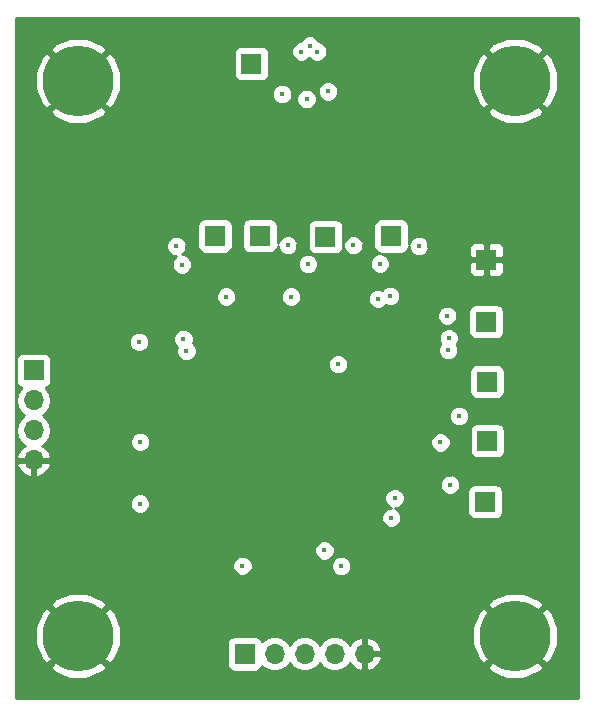
<source format=gbr>
G04 #@! TF.GenerationSoftware,KiCad,Pcbnew,(5.0.1)-3*
G04 #@! TF.CreationDate,2019-01-05T18:42:13-08:00*
G04 #@! TF.ProjectId,EScope-MSDAQ-2-INTANDAQ,4553636F70652D4D534441512D322D49,rev?*
G04 #@! TF.SameCoordinates,Original*
G04 #@! TF.FileFunction,Copper,L2,Inr,Signal*
G04 #@! TF.FilePolarity,Positive*
%FSLAX46Y46*%
G04 Gerber Fmt 4.6, Leading zero omitted, Abs format (unit mm)*
G04 Created by KiCad (PCBNEW (5.0.1)-3) date 1/5/2019 6:42:13 PM*
%MOMM*%
%LPD*%
G01*
G04 APERTURE LIST*
G04 #@! TA.AperFunction,ViaPad*
%ADD10C,6.000000*%
G04 #@! TD*
G04 #@! TA.AperFunction,ViaPad*
%ADD11R,1.700000X1.700000*%
G04 #@! TD*
G04 #@! TA.AperFunction,ViaPad*
%ADD12O,1.700000X1.700000*%
G04 #@! TD*
G04 #@! TA.AperFunction,ViaPad*
%ADD13C,0.450000*%
G04 #@! TD*
G04 #@! TA.AperFunction,Conductor*
%ADD14C,0.254000*%
G04 #@! TD*
G04 APERTURE END LIST*
D10*
G04 #@! TO.N,GND*
G04 #@! TO.C,H1*
X162023600Y-122633800D03*
G04 #@! TD*
G04 #@! TO.N,GND*
G04 #@! TO.C,H3*
X125023600Y-122633800D03*
G04 #@! TD*
G04 #@! TO.N,GND*
G04 #@! TO.C,H4*
X162023600Y-75633800D03*
G04 #@! TD*
G04 #@! TO.N,GND*
G04 #@! TO.C,H2*
X125023600Y-75633800D03*
G04 #@! TD*
D11*
G04 #@! TO.N,GND*
G04 #@! TO.C,J13*
X159588200Y-90779600D03*
G04 #@! TD*
G04 #@! TO.N,+3V3*
G04 #@! TO.C,J12*
X159562800Y-96037400D03*
G04 #@! TD*
G04 #@! TO.N,/LED2*
G04 #@! TO.C,J10*
X159664400Y-106095800D03*
G04 #@! TD*
G04 #@! TO.N,/LED1*
G04 #@! TO.C,J9*
X159639000Y-101092000D03*
G04 #@! TD*
G04 #@! TO.N,/LED3*
G04 #@! TO.C,J11*
X159486600Y-111277400D03*
G04 #@! TD*
G04 #@! TO.N,/MCU_SPI_MISO*
G04 #@! TO.C,J8*
X136613900Y-88757760D03*
G04 #@! TD*
G04 #@! TO.N,/MCU_SPI_SPCK*
G04 #@! TO.C,J7*
X145961100Y-88831420D03*
G04 #@! TD*
G04 #@! TO.N,/MCU_SPI_NPCS*
G04 #@! TO.C,J6*
X151521160Y-88773000D03*
G04 #@! TD*
G04 #@! TO.N,/MCU_SPI_MOSI*
G04 #@! TO.C,J5*
X140416280Y-88745060D03*
G04 #@! TD*
G04 #@! TO.N,Net-(J3-Pad1)*
G04 #@! TO.C,J3*
X139700000Y-74168000D03*
G04 #@! TD*
G04 #@! TO.N,+3V3*
G04 #@! TO.C,J1*
X121248201Y-100148401D03*
D12*
G04 #@! TO.N,/SWDIO*
X121248201Y-102688401D03*
G04 #@! TO.N,/SWCLK*
X121248201Y-105228401D03*
G04 #@! TO.N,GND*
X121248201Y-107768401D03*
G04 #@! TD*
D11*
G04 #@! TO.N,+3V3*
G04 #@! TO.C,J2*
X139115800Y-124155200D03*
D12*
G04 #@! TO.N,/RD*
X141655800Y-124155200D03*
G04 #@! TO.N,/RF*
X144195800Y-124155200D03*
G04 #@! TO.N,/RK*
X146735800Y-124155200D03*
G04 #@! TO.N,GND*
X149275800Y-124155200D03*
G04 #@! TD*
D13*
G04 #@! TO.N,+3V3*
X130187200Y-97727000D03*
X130276600Y-106197400D03*
X145872200Y-115392200D03*
X151536400Y-112623600D03*
X156502600Y-109817400D03*
X156400000Y-97422200D03*
X150571200Y-91109800D03*
X133807200Y-91186000D03*
X133350000Y-89611200D03*
X142773400Y-89560400D03*
X148337540Y-89558860D03*
X153875240Y-89611200D03*
G04 #@! TO.N,GND*
X136906000Y-91160600D03*
X140055600Y-91160600D03*
X131267200Y-95199200D03*
X131267200Y-101244400D03*
X131267200Y-104114600D03*
X131241800Y-109474000D03*
X139395200Y-115316000D03*
X135788400Y-116636800D03*
X153720800Y-115265200D03*
X156972000Y-114071400D03*
X156337000Y-113131600D03*
X154992400Y-119380000D03*
X156514800Y-96520000D03*
X156337000Y-94627200D03*
X147447000Y-91135200D03*
X149072600Y-112649000D03*
X147556800Y-112657200D03*
X160909000Y-108712000D03*
X161391600Y-103581200D03*
X160909000Y-98552000D03*
X134242040Y-89662000D03*
X138049000Y-85710000D03*
X143662400Y-89611200D03*
X149227540Y-89608660D03*
X154762200Y-89585800D03*
X142709900Y-73240900D03*
X156260806Y-99618800D03*
X137566400Y-112420400D03*
X156549649Y-108981951D03*
G04 #@! TO.N,/SCLK-*
X146177000Y-76531800D03*
X145262600Y-73152000D03*
G04 #@! TO.N,/MOSI-*
X144361800Y-77165200D03*
X144627600Y-72644000D03*
G04 #@! TO.N,/MISO-*
X142290800Y-76758800D03*
X143934194Y-73152120D03*
G04 #@! TO.N,/VDDCORE*
X138938000Y-116687600D03*
X147294600Y-116713000D03*
X130251200Y-111429800D03*
X156350200Y-98437200D03*
X156274000Y-95517200D03*
X144475200Y-91135200D03*
X151815800Y-110972600D03*
X134188200Y-98526600D03*
G04 #@! TO.N,/RK*
X147023604Y-99633800D03*
G04 #@! TO.N,/RF*
X143052800Y-93903800D03*
G04 #@! TO.N,/RD*
X137556800Y-93903800D03*
G04 #@! TO.N,/SWDIO*
X133943800Y-97501000D03*
G04 #@! TO.N,/LED3*
X150394400Y-94081600D03*
X155702000Y-106248200D03*
G04 #@! TO.N,/LED2*
X151434800Y-93853000D03*
X157276800Y-104012996D03*
G04 #@! TD*
D14*
G04 #@! TO.N,GND*
G36*
X167313600Y-127923800D02*
X119733600Y-127923800D01*
X119733600Y-125230430D01*
X122606575Y-125230430D01*
X122949166Y-125705077D01*
X124282400Y-126265142D01*
X125728475Y-126272368D01*
X127067239Y-125725654D01*
X127098034Y-125705077D01*
X127440625Y-125230430D01*
X125023600Y-122813405D01*
X122606575Y-125230430D01*
X119733600Y-125230430D01*
X119733600Y-123338675D01*
X121385032Y-123338675D01*
X121931746Y-124677439D01*
X121952323Y-124708234D01*
X122426970Y-125050825D01*
X124843995Y-122633800D01*
X125203205Y-122633800D01*
X127620230Y-125050825D01*
X128094877Y-124708234D01*
X128654942Y-123375000D01*
X128655290Y-123305200D01*
X137618360Y-123305200D01*
X137618360Y-125005200D01*
X137667643Y-125252965D01*
X137807991Y-125463009D01*
X138018035Y-125603357D01*
X138265800Y-125652640D01*
X139965800Y-125652640D01*
X140213565Y-125603357D01*
X140423609Y-125463009D01*
X140563957Y-125252965D01*
X140572984Y-125207581D01*
X140585175Y-125225825D01*
X141076382Y-125554039D01*
X141509544Y-125640200D01*
X141802056Y-125640200D01*
X142235218Y-125554039D01*
X142726425Y-125225825D01*
X142925800Y-124927439D01*
X143125175Y-125225825D01*
X143616382Y-125554039D01*
X144049544Y-125640200D01*
X144342056Y-125640200D01*
X144775218Y-125554039D01*
X145266425Y-125225825D01*
X145465800Y-124927439D01*
X145665175Y-125225825D01*
X146156382Y-125554039D01*
X146589544Y-125640200D01*
X146882056Y-125640200D01*
X147315218Y-125554039D01*
X147806425Y-125225825D01*
X148019643Y-124906722D01*
X148080617Y-125036558D01*
X148508876Y-125426845D01*
X148918910Y-125596676D01*
X149148800Y-125475355D01*
X149148800Y-124282200D01*
X149402800Y-124282200D01*
X149402800Y-125475355D01*
X149632690Y-125596676D01*
X150042724Y-125426845D01*
X150258248Y-125230430D01*
X159606575Y-125230430D01*
X159949166Y-125705077D01*
X161282400Y-126265142D01*
X162728475Y-126272368D01*
X164067239Y-125725654D01*
X164098034Y-125705077D01*
X164440625Y-125230430D01*
X162023600Y-122813405D01*
X159606575Y-125230430D01*
X150258248Y-125230430D01*
X150470983Y-125036558D01*
X150717286Y-124512092D01*
X150596619Y-124282200D01*
X149402800Y-124282200D01*
X149148800Y-124282200D01*
X149128800Y-124282200D01*
X149128800Y-124028200D01*
X149148800Y-124028200D01*
X149148800Y-122835045D01*
X149402800Y-122835045D01*
X149402800Y-124028200D01*
X150596619Y-124028200D01*
X150717286Y-123798308D01*
X150501431Y-123338675D01*
X158385032Y-123338675D01*
X158931746Y-124677439D01*
X158952323Y-124708234D01*
X159426970Y-125050825D01*
X161843995Y-122633800D01*
X162203205Y-122633800D01*
X164620230Y-125050825D01*
X165094877Y-124708234D01*
X165654942Y-123375000D01*
X165662168Y-121928925D01*
X165115454Y-120590161D01*
X165094877Y-120559366D01*
X164620230Y-120216775D01*
X162203205Y-122633800D01*
X161843995Y-122633800D01*
X159426970Y-120216775D01*
X158952323Y-120559366D01*
X158392258Y-121892600D01*
X158385032Y-123338675D01*
X150501431Y-123338675D01*
X150470983Y-123273842D01*
X150042724Y-122883555D01*
X149632690Y-122713724D01*
X149402800Y-122835045D01*
X149148800Y-122835045D01*
X148918910Y-122713724D01*
X148508876Y-122883555D01*
X148080617Y-123273842D01*
X148019643Y-123403678D01*
X147806425Y-123084575D01*
X147315218Y-122756361D01*
X146882056Y-122670200D01*
X146589544Y-122670200D01*
X146156382Y-122756361D01*
X145665175Y-123084575D01*
X145465800Y-123382961D01*
X145266425Y-123084575D01*
X144775218Y-122756361D01*
X144342056Y-122670200D01*
X144049544Y-122670200D01*
X143616382Y-122756361D01*
X143125175Y-123084575D01*
X142925800Y-123382961D01*
X142726425Y-123084575D01*
X142235218Y-122756361D01*
X141802056Y-122670200D01*
X141509544Y-122670200D01*
X141076382Y-122756361D01*
X140585175Y-123084575D01*
X140572984Y-123102819D01*
X140563957Y-123057435D01*
X140423609Y-122847391D01*
X140213565Y-122707043D01*
X139965800Y-122657760D01*
X138265800Y-122657760D01*
X138018035Y-122707043D01*
X137807991Y-122847391D01*
X137667643Y-123057435D01*
X137618360Y-123305200D01*
X128655290Y-123305200D01*
X128662168Y-121928925D01*
X128115454Y-120590161D01*
X128094877Y-120559366D01*
X127620230Y-120216775D01*
X125203205Y-122633800D01*
X124843995Y-122633800D01*
X122426970Y-120216775D01*
X121952323Y-120559366D01*
X121392258Y-121892600D01*
X121385032Y-123338675D01*
X119733600Y-123338675D01*
X119733600Y-120037170D01*
X122606575Y-120037170D01*
X125023600Y-122454195D01*
X127440625Y-120037170D01*
X159606575Y-120037170D01*
X162023600Y-122454195D01*
X164440625Y-120037170D01*
X164098034Y-119562523D01*
X162764800Y-119002458D01*
X161318725Y-118995232D01*
X159979961Y-119541946D01*
X159949166Y-119562523D01*
X159606575Y-120037170D01*
X127440625Y-120037170D01*
X127098034Y-119562523D01*
X125764800Y-119002458D01*
X124318725Y-118995232D01*
X122979961Y-119541946D01*
X122949166Y-119562523D01*
X122606575Y-120037170D01*
X119733600Y-120037170D01*
X119733600Y-116516535D01*
X138078000Y-116516535D01*
X138078000Y-116858665D01*
X138208928Y-117174751D01*
X138450849Y-117416672D01*
X138766935Y-117547600D01*
X139109065Y-117547600D01*
X139425151Y-117416672D01*
X139667072Y-117174751D01*
X139798000Y-116858665D01*
X139798000Y-116541935D01*
X146434600Y-116541935D01*
X146434600Y-116884065D01*
X146565528Y-117200151D01*
X146807449Y-117442072D01*
X147123535Y-117573000D01*
X147465665Y-117573000D01*
X147781751Y-117442072D01*
X148023672Y-117200151D01*
X148154600Y-116884065D01*
X148154600Y-116541935D01*
X148023672Y-116225849D01*
X147781751Y-115983928D01*
X147465665Y-115853000D01*
X147123535Y-115853000D01*
X146807449Y-115983928D01*
X146565528Y-116225849D01*
X146434600Y-116541935D01*
X139798000Y-116541935D01*
X139798000Y-116516535D01*
X139667072Y-116200449D01*
X139425151Y-115958528D01*
X139109065Y-115827600D01*
X138766935Y-115827600D01*
X138450849Y-115958528D01*
X138208928Y-116200449D01*
X138078000Y-116516535D01*
X119733600Y-116516535D01*
X119733600Y-115221135D01*
X145012200Y-115221135D01*
X145012200Y-115563265D01*
X145143128Y-115879351D01*
X145385049Y-116121272D01*
X145701135Y-116252200D01*
X146043265Y-116252200D01*
X146359351Y-116121272D01*
X146601272Y-115879351D01*
X146732200Y-115563265D01*
X146732200Y-115221135D01*
X146601272Y-114905049D01*
X146359351Y-114663128D01*
X146043265Y-114532200D01*
X145701135Y-114532200D01*
X145385049Y-114663128D01*
X145143128Y-114905049D01*
X145012200Y-115221135D01*
X119733600Y-115221135D01*
X119733600Y-112452535D01*
X150676400Y-112452535D01*
X150676400Y-112794665D01*
X150807328Y-113110751D01*
X151049249Y-113352672D01*
X151365335Y-113483600D01*
X151707465Y-113483600D01*
X152023551Y-113352672D01*
X152265472Y-113110751D01*
X152396400Y-112794665D01*
X152396400Y-112452535D01*
X152265472Y-112136449D01*
X152023551Y-111894528D01*
X151874045Y-111832600D01*
X151986865Y-111832600D01*
X152302951Y-111701672D01*
X152544872Y-111459751D01*
X152675800Y-111143665D01*
X152675800Y-110801535D01*
X152544872Y-110485449D01*
X152302951Y-110243528D01*
X151986865Y-110112600D01*
X151644735Y-110112600D01*
X151328649Y-110243528D01*
X151086728Y-110485449D01*
X150955800Y-110801535D01*
X150955800Y-111143665D01*
X151086728Y-111459751D01*
X151328649Y-111701672D01*
X151478155Y-111763600D01*
X151365335Y-111763600D01*
X151049249Y-111894528D01*
X150807328Y-112136449D01*
X150676400Y-112452535D01*
X119733600Y-112452535D01*
X119733600Y-111258735D01*
X129391200Y-111258735D01*
X129391200Y-111600865D01*
X129522128Y-111916951D01*
X129764049Y-112158872D01*
X130080135Y-112289800D01*
X130422265Y-112289800D01*
X130738351Y-112158872D01*
X130980272Y-111916951D01*
X131111200Y-111600865D01*
X131111200Y-111258735D01*
X130980272Y-110942649D01*
X130738351Y-110700728D01*
X130422265Y-110569800D01*
X130080135Y-110569800D01*
X129764049Y-110700728D01*
X129522128Y-110942649D01*
X129391200Y-111258735D01*
X119733600Y-111258735D01*
X119733600Y-109646335D01*
X155642600Y-109646335D01*
X155642600Y-109988465D01*
X155773528Y-110304551D01*
X156015449Y-110546472D01*
X156331535Y-110677400D01*
X156673665Y-110677400D01*
X156989751Y-110546472D01*
X157108823Y-110427400D01*
X157989160Y-110427400D01*
X157989160Y-112127400D01*
X158038443Y-112375165D01*
X158178791Y-112585209D01*
X158388835Y-112725557D01*
X158636600Y-112774840D01*
X160336600Y-112774840D01*
X160584365Y-112725557D01*
X160794409Y-112585209D01*
X160934757Y-112375165D01*
X160984040Y-112127400D01*
X160984040Y-110427400D01*
X160934757Y-110179635D01*
X160794409Y-109969591D01*
X160584365Y-109829243D01*
X160336600Y-109779960D01*
X158636600Y-109779960D01*
X158388835Y-109829243D01*
X158178791Y-109969591D01*
X158038443Y-110179635D01*
X157989160Y-110427400D01*
X157108823Y-110427400D01*
X157231672Y-110304551D01*
X157362600Y-109988465D01*
X157362600Y-109646335D01*
X157231672Y-109330249D01*
X156989751Y-109088328D01*
X156673665Y-108957400D01*
X156331535Y-108957400D01*
X156015449Y-109088328D01*
X155773528Y-109330249D01*
X155642600Y-109646335D01*
X119733600Y-109646335D01*
X119733600Y-108125291D01*
X119806725Y-108125291D01*
X119976556Y-108535325D01*
X120366843Y-108963584D01*
X120891309Y-109209887D01*
X121121201Y-109089220D01*
X121121201Y-107895401D01*
X121375201Y-107895401D01*
X121375201Y-109089220D01*
X121605093Y-109209887D01*
X122129559Y-108963584D01*
X122519846Y-108535325D01*
X122689677Y-108125291D01*
X122568356Y-107895401D01*
X121375201Y-107895401D01*
X121121201Y-107895401D01*
X119928046Y-107895401D01*
X119806725Y-108125291D01*
X119733600Y-108125291D01*
X119733600Y-102688401D01*
X119734109Y-102688401D01*
X119849362Y-103267819D01*
X120177576Y-103759026D01*
X120475962Y-103958401D01*
X120177576Y-104157776D01*
X119849362Y-104648983D01*
X119734109Y-105228401D01*
X119849362Y-105807819D01*
X120177576Y-106299026D01*
X120496679Y-106512244D01*
X120366843Y-106573218D01*
X119976556Y-107001477D01*
X119806725Y-107411511D01*
X119928046Y-107641401D01*
X121121201Y-107641401D01*
X121121201Y-107621401D01*
X121375201Y-107621401D01*
X121375201Y-107641401D01*
X122568356Y-107641401D01*
X122689677Y-107411511D01*
X122519846Y-107001477D01*
X122129559Y-106573218D01*
X121999723Y-106512244D01*
X122318826Y-106299026D01*
X122501032Y-106026335D01*
X129416600Y-106026335D01*
X129416600Y-106368465D01*
X129547528Y-106684551D01*
X129789449Y-106926472D01*
X130105535Y-107057400D01*
X130447665Y-107057400D01*
X130763751Y-106926472D01*
X131005672Y-106684551D01*
X131136600Y-106368465D01*
X131136600Y-106077135D01*
X154842000Y-106077135D01*
X154842000Y-106419265D01*
X154972928Y-106735351D01*
X155214849Y-106977272D01*
X155530935Y-107108200D01*
X155873065Y-107108200D01*
X156189151Y-106977272D01*
X156431072Y-106735351D01*
X156562000Y-106419265D01*
X156562000Y-106077135D01*
X156431072Y-105761049D01*
X156189151Y-105519128D01*
X155873065Y-105388200D01*
X155530935Y-105388200D01*
X155214849Y-105519128D01*
X154972928Y-105761049D01*
X154842000Y-106077135D01*
X131136600Y-106077135D01*
X131136600Y-106026335D01*
X131005672Y-105710249D01*
X130763751Y-105468328D01*
X130447665Y-105337400D01*
X130105535Y-105337400D01*
X129789449Y-105468328D01*
X129547528Y-105710249D01*
X129416600Y-106026335D01*
X122501032Y-106026335D01*
X122647040Y-105807819D01*
X122758832Y-105245800D01*
X158166960Y-105245800D01*
X158166960Y-106945800D01*
X158216243Y-107193565D01*
X158356591Y-107403609D01*
X158566635Y-107543957D01*
X158814400Y-107593240D01*
X160514400Y-107593240D01*
X160762165Y-107543957D01*
X160972209Y-107403609D01*
X161112557Y-107193565D01*
X161161840Y-106945800D01*
X161161840Y-105245800D01*
X161112557Y-104998035D01*
X160972209Y-104787991D01*
X160762165Y-104647643D01*
X160514400Y-104598360D01*
X158814400Y-104598360D01*
X158566635Y-104647643D01*
X158356591Y-104787991D01*
X158216243Y-104998035D01*
X158166960Y-105245800D01*
X122758832Y-105245800D01*
X122762293Y-105228401D01*
X122647040Y-104648983D01*
X122318826Y-104157776D01*
X122020440Y-103958401D01*
X122194749Y-103841931D01*
X156416800Y-103841931D01*
X156416800Y-104184061D01*
X156547728Y-104500147D01*
X156789649Y-104742068D01*
X157105735Y-104872996D01*
X157447865Y-104872996D01*
X157763951Y-104742068D01*
X158005872Y-104500147D01*
X158136800Y-104184061D01*
X158136800Y-103841931D01*
X158005872Y-103525845D01*
X157763951Y-103283924D01*
X157447865Y-103152996D01*
X157105735Y-103152996D01*
X156789649Y-103283924D01*
X156547728Y-103525845D01*
X156416800Y-103841931D01*
X122194749Y-103841931D01*
X122318826Y-103759026D01*
X122647040Y-103267819D01*
X122762293Y-102688401D01*
X122647040Y-102108983D01*
X122318826Y-101617776D01*
X122300582Y-101605585D01*
X122345966Y-101596558D01*
X122556010Y-101456210D01*
X122696358Y-101246166D01*
X122745641Y-100998401D01*
X122745641Y-99462735D01*
X146163604Y-99462735D01*
X146163604Y-99804865D01*
X146294532Y-100120951D01*
X146536453Y-100362872D01*
X146852539Y-100493800D01*
X147194669Y-100493800D01*
X147510755Y-100362872D01*
X147631627Y-100242000D01*
X158141560Y-100242000D01*
X158141560Y-101942000D01*
X158190843Y-102189765D01*
X158331191Y-102399809D01*
X158541235Y-102540157D01*
X158789000Y-102589440D01*
X160489000Y-102589440D01*
X160736765Y-102540157D01*
X160946809Y-102399809D01*
X161087157Y-102189765D01*
X161136440Y-101942000D01*
X161136440Y-100242000D01*
X161087157Y-99994235D01*
X160946809Y-99784191D01*
X160736765Y-99643843D01*
X160489000Y-99594560D01*
X158789000Y-99594560D01*
X158541235Y-99643843D01*
X158331191Y-99784191D01*
X158190843Y-99994235D01*
X158141560Y-100242000D01*
X147631627Y-100242000D01*
X147752676Y-100120951D01*
X147883604Y-99804865D01*
X147883604Y-99462735D01*
X147752676Y-99146649D01*
X147510755Y-98904728D01*
X147194669Y-98773800D01*
X146852539Y-98773800D01*
X146536453Y-98904728D01*
X146294532Y-99146649D01*
X146163604Y-99462735D01*
X122745641Y-99462735D01*
X122745641Y-99298401D01*
X122696358Y-99050636D01*
X122556010Y-98840592D01*
X122345966Y-98700244D01*
X122098201Y-98650961D01*
X120398201Y-98650961D01*
X120150436Y-98700244D01*
X119940392Y-98840592D01*
X119800044Y-99050636D01*
X119750761Y-99298401D01*
X119750761Y-100998401D01*
X119800044Y-101246166D01*
X119940392Y-101456210D01*
X120150436Y-101596558D01*
X120195820Y-101605585D01*
X120177576Y-101617776D01*
X119849362Y-102108983D01*
X119734109Y-102688401D01*
X119733600Y-102688401D01*
X119733600Y-97555935D01*
X129327200Y-97555935D01*
X129327200Y-97898065D01*
X129458128Y-98214151D01*
X129700049Y-98456072D01*
X130016135Y-98587000D01*
X130358265Y-98587000D01*
X130674351Y-98456072D01*
X130916272Y-98214151D01*
X131047200Y-97898065D01*
X131047200Y-97555935D01*
X130953588Y-97329935D01*
X133083800Y-97329935D01*
X133083800Y-97672065D01*
X133214728Y-97988151D01*
X133402569Y-98175992D01*
X133328200Y-98355535D01*
X133328200Y-98697665D01*
X133459128Y-99013751D01*
X133701049Y-99255672D01*
X134017135Y-99386600D01*
X134359265Y-99386600D01*
X134675351Y-99255672D01*
X134917272Y-99013751D01*
X135048200Y-98697665D01*
X135048200Y-98355535D01*
X135011170Y-98266135D01*
X155490200Y-98266135D01*
X155490200Y-98608265D01*
X155621128Y-98924351D01*
X155863049Y-99166272D01*
X156179135Y-99297200D01*
X156521265Y-99297200D01*
X156837351Y-99166272D01*
X157079272Y-98924351D01*
X157210200Y-98608265D01*
X157210200Y-98266135D01*
X157081938Y-97956485D01*
X157129072Y-97909351D01*
X157260000Y-97593265D01*
X157260000Y-97251135D01*
X157129072Y-96935049D01*
X156887151Y-96693128D01*
X156571065Y-96562200D01*
X156228935Y-96562200D01*
X155912849Y-96693128D01*
X155670928Y-96935049D01*
X155540000Y-97251135D01*
X155540000Y-97593265D01*
X155668262Y-97902915D01*
X155621128Y-97950049D01*
X155490200Y-98266135D01*
X135011170Y-98266135D01*
X134917272Y-98039449D01*
X134729431Y-97851608D01*
X134803800Y-97672065D01*
X134803800Y-97329935D01*
X134672872Y-97013849D01*
X134430951Y-96771928D01*
X134114865Y-96641000D01*
X133772735Y-96641000D01*
X133456649Y-96771928D01*
X133214728Y-97013849D01*
X133083800Y-97329935D01*
X130953588Y-97329935D01*
X130916272Y-97239849D01*
X130674351Y-96997928D01*
X130358265Y-96867000D01*
X130016135Y-96867000D01*
X129700049Y-96997928D01*
X129458128Y-97239849D01*
X129327200Y-97555935D01*
X119733600Y-97555935D01*
X119733600Y-95346135D01*
X155414000Y-95346135D01*
X155414000Y-95688265D01*
X155544928Y-96004351D01*
X155786849Y-96246272D01*
X156102935Y-96377200D01*
X156445065Y-96377200D01*
X156761151Y-96246272D01*
X157003072Y-96004351D01*
X157134000Y-95688265D01*
X157134000Y-95346135D01*
X157068250Y-95187400D01*
X158065360Y-95187400D01*
X158065360Y-96887400D01*
X158114643Y-97135165D01*
X158254991Y-97345209D01*
X158465035Y-97485557D01*
X158712800Y-97534840D01*
X160412800Y-97534840D01*
X160660565Y-97485557D01*
X160870609Y-97345209D01*
X161010957Y-97135165D01*
X161060240Y-96887400D01*
X161060240Y-95187400D01*
X161010957Y-94939635D01*
X160870609Y-94729591D01*
X160660565Y-94589243D01*
X160412800Y-94539960D01*
X158712800Y-94539960D01*
X158465035Y-94589243D01*
X158254991Y-94729591D01*
X158114643Y-94939635D01*
X158065360Y-95187400D01*
X157068250Y-95187400D01*
X157003072Y-95030049D01*
X156761151Y-94788128D01*
X156445065Y-94657200D01*
X156102935Y-94657200D01*
X155786849Y-94788128D01*
X155544928Y-95030049D01*
X155414000Y-95346135D01*
X119733600Y-95346135D01*
X119733600Y-93732735D01*
X136696800Y-93732735D01*
X136696800Y-94074865D01*
X136827728Y-94390951D01*
X137069649Y-94632872D01*
X137385735Y-94763800D01*
X137727865Y-94763800D01*
X138043951Y-94632872D01*
X138285872Y-94390951D01*
X138416800Y-94074865D01*
X138416800Y-93732735D01*
X142192800Y-93732735D01*
X142192800Y-94074865D01*
X142323728Y-94390951D01*
X142565649Y-94632872D01*
X142881735Y-94763800D01*
X143223865Y-94763800D01*
X143539951Y-94632872D01*
X143781872Y-94390951D01*
X143912800Y-94074865D01*
X143912800Y-93910535D01*
X149534400Y-93910535D01*
X149534400Y-94252665D01*
X149665328Y-94568751D01*
X149907249Y-94810672D01*
X150223335Y-94941600D01*
X150565465Y-94941600D01*
X150881551Y-94810672D01*
X151062555Y-94629668D01*
X151263735Y-94713000D01*
X151605865Y-94713000D01*
X151921951Y-94582072D01*
X152163872Y-94340151D01*
X152294800Y-94024065D01*
X152294800Y-93681935D01*
X152163872Y-93365849D01*
X151921951Y-93123928D01*
X151605865Y-92993000D01*
X151263735Y-92993000D01*
X150947649Y-93123928D01*
X150766645Y-93304932D01*
X150565465Y-93221600D01*
X150223335Y-93221600D01*
X149907249Y-93352528D01*
X149665328Y-93594449D01*
X149534400Y-93910535D01*
X143912800Y-93910535D01*
X143912800Y-93732735D01*
X143781872Y-93416649D01*
X143539951Y-93174728D01*
X143223865Y-93043800D01*
X142881735Y-93043800D01*
X142565649Y-93174728D01*
X142323728Y-93416649D01*
X142192800Y-93732735D01*
X138416800Y-93732735D01*
X138285872Y-93416649D01*
X138043951Y-93174728D01*
X137727865Y-93043800D01*
X137385735Y-93043800D01*
X137069649Y-93174728D01*
X136827728Y-93416649D01*
X136696800Y-93732735D01*
X119733600Y-93732735D01*
X119733600Y-89440135D01*
X132490000Y-89440135D01*
X132490000Y-89782265D01*
X132620928Y-90098351D01*
X132862849Y-90340272D01*
X133178935Y-90471200D01*
X133305777Y-90471200D01*
X133078128Y-90698849D01*
X132947200Y-91014935D01*
X132947200Y-91357065D01*
X133078128Y-91673151D01*
X133320049Y-91915072D01*
X133636135Y-92046000D01*
X133978265Y-92046000D01*
X134294351Y-91915072D01*
X134536272Y-91673151D01*
X134667200Y-91357065D01*
X134667200Y-91014935D01*
X134646158Y-90964135D01*
X143615200Y-90964135D01*
X143615200Y-91306265D01*
X143746128Y-91622351D01*
X143988049Y-91864272D01*
X144304135Y-91995200D01*
X144646265Y-91995200D01*
X144962351Y-91864272D01*
X145204272Y-91622351D01*
X145335200Y-91306265D01*
X145335200Y-90964135D01*
X145324679Y-90938735D01*
X149711200Y-90938735D01*
X149711200Y-91280865D01*
X149842128Y-91596951D01*
X150084049Y-91838872D01*
X150400135Y-91969800D01*
X150742265Y-91969800D01*
X151058351Y-91838872D01*
X151300272Y-91596951D01*
X151431200Y-91280865D01*
X151431200Y-91065350D01*
X158103200Y-91065350D01*
X158103200Y-91755910D01*
X158199873Y-91989299D01*
X158378502Y-92167927D01*
X158611891Y-92264600D01*
X159302450Y-92264600D01*
X159461200Y-92105850D01*
X159461200Y-90906600D01*
X159715200Y-90906600D01*
X159715200Y-92105850D01*
X159873950Y-92264600D01*
X160564509Y-92264600D01*
X160797898Y-92167927D01*
X160976527Y-91989299D01*
X161073200Y-91755910D01*
X161073200Y-91065350D01*
X160914450Y-90906600D01*
X159715200Y-90906600D01*
X159461200Y-90906600D01*
X158261950Y-90906600D01*
X158103200Y-91065350D01*
X151431200Y-91065350D01*
X151431200Y-90938735D01*
X151300272Y-90622649D01*
X151058351Y-90380728D01*
X150792094Y-90270440D01*
X152371160Y-90270440D01*
X152618925Y-90221157D01*
X152828969Y-90080809D01*
X152969317Y-89870765D01*
X153015240Y-89639892D01*
X153015240Y-89782265D01*
X153146168Y-90098351D01*
X153388089Y-90340272D01*
X153704175Y-90471200D01*
X154046305Y-90471200D01*
X154362391Y-90340272D01*
X154604312Y-90098351D01*
X154726531Y-89803290D01*
X158103200Y-89803290D01*
X158103200Y-90493850D01*
X158261950Y-90652600D01*
X159461200Y-90652600D01*
X159461200Y-89453350D01*
X159715200Y-89453350D01*
X159715200Y-90652600D01*
X160914450Y-90652600D01*
X161073200Y-90493850D01*
X161073200Y-89803290D01*
X160976527Y-89569901D01*
X160797898Y-89391273D01*
X160564509Y-89294600D01*
X159873950Y-89294600D01*
X159715200Y-89453350D01*
X159461200Y-89453350D01*
X159302450Y-89294600D01*
X158611891Y-89294600D01*
X158378502Y-89391273D01*
X158199873Y-89569901D01*
X158103200Y-89803290D01*
X154726531Y-89803290D01*
X154735240Y-89782265D01*
X154735240Y-89440135D01*
X154604312Y-89124049D01*
X154362391Y-88882128D01*
X154046305Y-88751200D01*
X153704175Y-88751200D01*
X153388089Y-88882128D01*
X153146168Y-89124049D01*
X153018600Y-89432023D01*
X153018600Y-87923000D01*
X152969317Y-87675235D01*
X152828969Y-87465191D01*
X152618925Y-87324843D01*
X152371160Y-87275560D01*
X150671160Y-87275560D01*
X150423395Y-87324843D01*
X150213351Y-87465191D01*
X150073003Y-87675235D01*
X150023720Y-87923000D01*
X150023720Y-89623000D01*
X150073003Y-89870765D01*
X150213351Y-90080809D01*
X150423395Y-90221157D01*
X150567395Y-90249800D01*
X150400135Y-90249800D01*
X150084049Y-90380728D01*
X149842128Y-90622649D01*
X149711200Y-90938735D01*
X145324679Y-90938735D01*
X145204272Y-90648049D01*
X144962351Y-90406128D01*
X144646265Y-90275200D01*
X144304135Y-90275200D01*
X143988049Y-90406128D01*
X143746128Y-90648049D01*
X143615200Y-90964135D01*
X134646158Y-90964135D01*
X134536272Y-90698849D01*
X134294351Y-90456928D01*
X133978265Y-90326000D01*
X133851423Y-90326000D01*
X134079072Y-90098351D01*
X134210000Y-89782265D01*
X134210000Y-89440135D01*
X134079072Y-89124049D01*
X133837151Y-88882128D01*
X133521065Y-88751200D01*
X133178935Y-88751200D01*
X132862849Y-88882128D01*
X132620928Y-89124049D01*
X132490000Y-89440135D01*
X119733600Y-89440135D01*
X119733600Y-87907760D01*
X135116460Y-87907760D01*
X135116460Y-89607760D01*
X135165743Y-89855525D01*
X135306091Y-90065569D01*
X135516135Y-90205917D01*
X135763900Y-90255200D01*
X137463900Y-90255200D01*
X137711665Y-90205917D01*
X137921709Y-90065569D01*
X138062057Y-89855525D01*
X138111340Y-89607760D01*
X138111340Y-87907760D01*
X138108814Y-87895060D01*
X138918840Y-87895060D01*
X138918840Y-89595060D01*
X138968123Y-89842825D01*
X139108471Y-90052869D01*
X139318515Y-90193217D01*
X139566280Y-90242500D01*
X141266280Y-90242500D01*
X141514045Y-90193217D01*
X141724089Y-90052869D01*
X141864437Y-89842825D01*
X141913400Y-89596669D01*
X141913400Y-89731465D01*
X142044328Y-90047551D01*
X142286249Y-90289472D01*
X142602335Y-90420400D01*
X142944465Y-90420400D01*
X143260551Y-90289472D01*
X143502472Y-90047551D01*
X143633400Y-89731465D01*
X143633400Y-89389335D01*
X143502472Y-89073249D01*
X143260551Y-88831328D01*
X142944465Y-88700400D01*
X142602335Y-88700400D01*
X142286249Y-88831328D01*
X142044328Y-89073249D01*
X141913720Y-89388562D01*
X141913720Y-87981420D01*
X144463660Y-87981420D01*
X144463660Y-89681420D01*
X144512943Y-89929185D01*
X144653291Y-90139229D01*
X144863335Y-90279577D01*
X145111100Y-90328860D01*
X146811100Y-90328860D01*
X147058865Y-90279577D01*
X147268909Y-90139229D01*
X147409257Y-89929185D01*
X147458540Y-89681420D01*
X147458540Y-89387795D01*
X147477540Y-89387795D01*
X147477540Y-89729925D01*
X147608468Y-90046011D01*
X147850389Y-90287932D01*
X148166475Y-90418860D01*
X148508605Y-90418860D01*
X148824691Y-90287932D01*
X149066612Y-90046011D01*
X149197540Y-89729925D01*
X149197540Y-89387795D01*
X149066612Y-89071709D01*
X148824691Y-88829788D01*
X148508605Y-88698860D01*
X148166475Y-88698860D01*
X147850389Y-88829788D01*
X147608468Y-89071709D01*
X147477540Y-89387795D01*
X147458540Y-89387795D01*
X147458540Y-87981420D01*
X147409257Y-87733655D01*
X147268909Y-87523611D01*
X147058865Y-87383263D01*
X146811100Y-87333980D01*
X145111100Y-87333980D01*
X144863335Y-87383263D01*
X144653291Y-87523611D01*
X144512943Y-87733655D01*
X144463660Y-87981420D01*
X141913720Y-87981420D01*
X141913720Y-87895060D01*
X141864437Y-87647295D01*
X141724089Y-87437251D01*
X141514045Y-87296903D01*
X141266280Y-87247620D01*
X139566280Y-87247620D01*
X139318515Y-87296903D01*
X139108471Y-87437251D01*
X138968123Y-87647295D01*
X138918840Y-87895060D01*
X138108814Y-87895060D01*
X138062057Y-87659995D01*
X137921709Y-87449951D01*
X137711665Y-87309603D01*
X137463900Y-87260320D01*
X135763900Y-87260320D01*
X135516135Y-87309603D01*
X135306091Y-87449951D01*
X135165743Y-87659995D01*
X135116460Y-87907760D01*
X119733600Y-87907760D01*
X119733600Y-78230430D01*
X122606575Y-78230430D01*
X122949166Y-78705077D01*
X124282400Y-79265142D01*
X125728475Y-79272368D01*
X127067239Y-78725654D01*
X127098034Y-78705077D01*
X127440625Y-78230430D01*
X159606575Y-78230430D01*
X159949166Y-78705077D01*
X161282400Y-79265142D01*
X162728475Y-79272368D01*
X164067239Y-78725654D01*
X164098034Y-78705077D01*
X164440625Y-78230430D01*
X162023600Y-75813405D01*
X159606575Y-78230430D01*
X127440625Y-78230430D01*
X125023600Y-75813405D01*
X122606575Y-78230430D01*
X119733600Y-78230430D01*
X119733600Y-76338675D01*
X121385032Y-76338675D01*
X121931746Y-77677439D01*
X121952323Y-77708234D01*
X122426970Y-78050825D01*
X124843995Y-75633800D01*
X125203205Y-75633800D01*
X127620230Y-78050825D01*
X128094877Y-77708234D01*
X128565576Y-76587735D01*
X141430800Y-76587735D01*
X141430800Y-76929865D01*
X141561728Y-77245951D01*
X141803649Y-77487872D01*
X142119735Y-77618800D01*
X142461865Y-77618800D01*
X142777951Y-77487872D01*
X143019872Y-77245951D01*
X143124178Y-76994135D01*
X143501800Y-76994135D01*
X143501800Y-77336265D01*
X143632728Y-77652351D01*
X143874649Y-77894272D01*
X144190735Y-78025200D01*
X144532865Y-78025200D01*
X144848951Y-77894272D01*
X145090872Y-77652351D01*
X145221800Y-77336265D01*
X145221800Y-76994135D01*
X145090872Y-76678049D01*
X144848951Y-76436128D01*
X144666938Y-76360735D01*
X145317000Y-76360735D01*
X145317000Y-76702865D01*
X145447928Y-77018951D01*
X145689849Y-77260872D01*
X146005935Y-77391800D01*
X146348065Y-77391800D01*
X146664151Y-77260872D01*
X146906072Y-77018951D01*
X147037000Y-76702865D01*
X147037000Y-76360735D01*
X147027863Y-76338675D01*
X158385032Y-76338675D01*
X158931746Y-77677439D01*
X158952323Y-77708234D01*
X159426970Y-78050825D01*
X161843995Y-75633800D01*
X162203205Y-75633800D01*
X164620230Y-78050825D01*
X165094877Y-77708234D01*
X165654942Y-76375000D01*
X165662168Y-74928925D01*
X165115454Y-73590161D01*
X165094877Y-73559366D01*
X164620230Y-73216775D01*
X162203205Y-75633800D01*
X161843995Y-75633800D01*
X159426970Y-73216775D01*
X158952323Y-73559366D01*
X158392258Y-74892600D01*
X158385032Y-76338675D01*
X147027863Y-76338675D01*
X146906072Y-76044649D01*
X146664151Y-75802728D01*
X146348065Y-75671800D01*
X146005935Y-75671800D01*
X145689849Y-75802728D01*
X145447928Y-76044649D01*
X145317000Y-76360735D01*
X144666938Y-76360735D01*
X144532865Y-76305200D01*
X144190735Y-76305200D01*
X143874649Y-76436128D01*
X143632728Y-76678049D01*
X143501800Y-76994135D01*
X143124178Y-76994135D01*
X143150800Y-76929865D01*
X143150800Y-76587735D01*
X143019872Y-76271649D01*
X142777951Y-76029728D01*
X142461865Y-75898800D01*
X142119735Y-75898800D01*
X141803649Y-76029728D01*
X141561728Y-76271649D01*
X141430800Y-76587735D01*
X128565576Y-76587735D01*
X128654942Y-76375000D01*
X128662168Y-74928925D01*
X128115454Y-73590161D01*
X128094877Y-73559366D01*
X127760474Y-73318000D01*
X138202560Y-73318000D01*
X138202560Y-75018000D01*
X138251843Y-75265765D01*
X138392191Y-75475809D01*
X138602235Y-75616157D01*
X138850000Y-75665440D01*
X140550000Y-75665440D01*
X140797765Y-75616157D01*
X141007809Y-75475809D01*
X141148157Y-75265765D01*
X141197440Y-75018000D01*
X141197440Y-73318000D01*
X141148157Y-73070235D01*
X141088569Y-72981055D01*
X143074194Y-72981055D01*
X143074194Y-73323185D01*
X143205122Y-73639271D01*
X143447043Y-73881192D01*
X143763129Y-74012120D01*
X144105259Y-74012120D01*
X144421345Y-73881192D01*
X144598457Y-73704080D01*
X144775449Y-73881072D01*
X145091535Y-74012000D01*
X145433665Y-74012000D01*
X145749751Y-73881072D01*
X145991672Y-73639151D01*
X146122600Y-73323065D01*
X146122600Y-73037170D01*
X159606575Y-73037170D01*
X162023600Y-75454195D01*
X164440625Y-73037170D01*
X164098034Y-72562523D01*
X162764800Y-72002458D01*
X161318725Y-71995232D01*
X159979961Y-72541946D01*
X159949166Y-72562523D01*
X159606575Y-73037170D01*
X146122600Y-73037170D01*
X146122600Y-72980935D01*
X145991672Y-72664849D01*
X145749751Y-72422928D01*
X145433665Y-72292000D01*
X145412654Y-72292000D01*
X145356672Y-72156849D01*
X145114751Y-71914928D01*
X144798665Y-71784000D01*
X144456535Y-71784000D01*
X144140449Y-71914928D01*
X143898528Y-72156849D01*
X143842497Y-72292120D01*
X143763129Y-72292120D01*
X143447043Y-72423048D01*
X143205122Y-72664969D01*
X143074194Y-72981055D01*
X141088569Y-72981055D01*
X141007809Y-72860191D01*
X140797765Y-72719843D01*
X140550000Y-72670560D01*
X138850000Y-72670560D01*
X138602235Y-72719843D01*
X138392191Y-72860191D01*
X138251843Y-73070235D01*
X138202560Y-73318000D01*
X127760474Y-73318000D01*
X127620230Y-73216775D01*
X125203205Y-75633800D01*
X124843995Y-75633800D01*
X122426970Y-73216775D01*
X121952323Y-73559366D01*
X121392258Y-74892600D01*
X121385032Y-76338675D01*
X119733600Y-76338675D01*
X119733600Y-73037170D01*
X122606575Y-73037170D01*
X125023600Y-75454195D01*
X127440625Y-73037170D01*
X127098034Y-72562523D01*
X125764800Y-72002458D01*
X124318725Y-71995232D01*
X122979961Y-72541946D01*
X122949166Y-72562523D01*
X122606575Y-73037170D01*
X119733600Y-73037170D01*
X119733600Y-70343800D01*
X167313601Y-70343800D01*
X167313600Y-127923800D01*
X167313600Y-127923800D01*
G37*
X167313600Y-127923800D02*
X119733600Y-127923800D01*
X119733600Y-125230430D01*
X122606575Y-125230430D01*
X122949166Y-125705077D01*
X124282400Y-126265142D01*
X125728475Y-126272368D01*
X127067239Y-125725654D01*
X127098034Y-125705077D01*
X127440625Y-125230430D01*
X125023600Y-122813405D01*
X122606575Y-125230430D01*
X119733600Y-125230430D01*
X119733600Y-123338675D01*
X121385032Y-123338675D01*
X121931746Y-124677439D01*
X121952323Y-124708234D01*
X122426970Y-125050825D01*
X124843995Y-122633800D01*
X125203205Y-122633800D01*
X127620230Y-125050825D01*
X128094877Y-124708234D01*
X128654942Y-123375000D01*
X128655290Y-123305200D01*
X137618360Y-123305200D01*
X137618360Y-125005200D01*
X137667643Y-125252965D01*
X137807991Y-125463009D01*
X138018035Y-125603357D01*
X138265800Y-125652640D01*
X139965800Y-125652640D01*
X140213565Y-125603357D01*
X140423609Y-125463009D01*
X140563957Y-125252965D01*
X140572984Y-125207581D01*
X140585175Y-125225825D01*
X141076382Y-125554039D01*
X141509544Y-125640200D01*
X141802056Y-125640200D01*
X142235218Y-125554039D01*
X142726425Y-125225825D01*
X142925800Y-124927439D01*
X143125175Y-125225825D01*
X143616382Y-125554039D01*
X144049544Y-125640200D01*
X144342056Y-125640200D01*
X144775218Y-125554039D01*
X145266425Y-125225825D01*
X145465800Y-124927439D01*
X145665175Y-125225825D01*
X146156382Y-125554039D01*
X146589544Y-125640200D01*
X146882056Y-125640200D01*
X147315218Y-125554039D01*
X147806425Y-125225825D01*
X148019643Y-124906722D01*
X148080617Y-125036558D01*
X148508876Y-125426845D01*
X148918910Y-125596676D01*
X149148800Y-125475355D01*
X149148800Y-124282200D01*
X149402800Y-124282200D01*
X149402800Y-125475355D01*
X149632690Y-125596676D01*
X150042724Y-125426845D01*
X150258248Y-125230430D01*
X159606575Y-125230430D01*
X159949166Y-125705077D01*
X161282400Y-126265142D01*
X162728475Y-126272368D01*
X164067239Y-125725654D01*
X164098034Y-125705077D01*
X164440625Y-125230430D01*
X162023600Y-122813405D01*
X159606575Y-125230430D01*
X150258248Y-125230430D01*
X150470983Y-125036558D01*
X150717286Y-124512092D01*
X150596619Y-124282200D01*
X149402800Y-124282200D01*
X149148800Y-124282200D01*
X149128800Y-124282200D01*
X149128800Y-124028200D01*
X149148800Y-124028200D01*
X149148800Y-122835045D01*
X149402800Y-122835045D01*
X149402800Y-124028200D01*
X150596619Y-124028200D01*
X150717286Y-123798308D01*
X150501431Y-123338675D01*
X158385032Y-123338675D01*
X158931746Y-124677439D01*
X158952323Y-124708234D01*
X159426970Y-125050825D01*
X161843995Y-122633800D01*
X162203205Y-122633800D01*
X164620230Y-125050825D01*
X165094877Y-124708234D01*
X165654942Y-123375000D01*
X165662168Y-121928925D01*
X165115454Y-120590161D01*
X165094877Y-120559366D01*
X164620230Y-120216775D01*
X162203205Y-122633800D01*
X161843995Y-122633800D01*
X159426970Y-120216775D01*
X158952323Y-120559366D01*
X158392258Y-121892600D01*
X158385032Y-123338675D01*
X150501431Y-123338675D01*
X150470983Y-123273842D01*
X150042724Y-122883555D01*
X149632690Y-122713724D01*
X149402800Y-122835045D01*
X149148800Y-122835045D01*
X148918910Y-122713724D01*
X148508876Y-122883555D01*
X148080617Y-123273842D01*
X148019643Y-123403678D01*
X147806425Y-123084575D01*
X147315218Y-122756361D01*
X146882056Y-122670200D01*
X146589544Y-122670200D01*
X146156382Y-122756361D01*
X145665175Y-123084575D01*
X145465800Y-123382961D01*
X145266425Y-123084575D01*
X144775218Y-122756361D01*
X144342056Y-122670200D01*
X144049544Y-122670200D01*
X143616382Y-122756361D01*
X143125175Y-123084575D01*
X142925800Y-123382961D01*
X142726425Y-123084575D01*
X142235218Y-122756361D01*
X141802056Y-122670200D01*
X141509544Y-122670200D01*
X141076382Y-122756361D01*
X140585175Y-123084575D01*
X140572984Y-123102819D01*
X140563957Y-123057435D01*
X140423609Y-122847391D01*
X140213565Y-122707043D01*
X139965800Y-122657760D01*
X138265800Y-122657760D01*
X138018035Y-122707043D01*
X137807991Y-122847391D01*
X137667643Y-123057435D01*
X137618360Y-123305200D01*
X128655290Y-123305200D01*
X128662168Y-121928925D01*
X128115454Y-120590161D01*
X128094877Y-120559366D01*
X127620230Y-120216775D01*
X125203205Y-122633800D01*
X124843995Y-122633800D01*
X122426970Y-120216775D01*
X121952323Y-120559366D01*
X121392258Y-121892600D01*
X121385032Y-123338675D01*
X119733600Y-123338675D01*
X119733600Y-120037170D01*
X122606575Y-120037170D01*
X125023600Y-122454195D01*
X127440625Y-120037170D01*
X159606575Y-120037170D01*
X162023600Y-122454195D01*
X164440625Y-120037170D01*
X164098034Y-119562523D01*
X162764800Y-119002458D01*
X161318725Y-118995232D01*
X159979961Y-119541946D01*
X159949166Y-119562523D01*
X159606575Y-120037170D01*
X127440625Y-120037170D01*
X127098034Y-119562523D01*
X125764800Y-119002458D01*
X124318725Y-118995232D01*
X122979961Y-119541946D01*
X122949166Y-119562523D01*
X122606575Y-120037170D01*
X119733600Y-120037170D01*
X119733600Y-116516535D01*
X138078000Y-116516535D01*
X138078000Y-116858665D01*
X138208928Y-117174751D01*
X138450849Y-117416672D01*
X138766935Y-117547600D01*
X139109065Y-117547600D01*
X139425151Y-117416672D01*
X139667072Y-117174751D01*
X139798000Y-116858665D01*
X139798000Y-116541935D01*
X146434600Y-116541935D01*
X146434600Y-116884065D01*
X146565528Y-117200151D01*
X146807449Y-117442072D01*
X147123535Y-117573000D01*
X147465665Y-117573000D01*
X147781751Y-117442072D01*
X148023672Y-117200151D01*
X148154600Y-116884065D01*
X148154600Y-116541935D01*
X148023672Y-116225849D01*
X147781751Y-115983928D01*
X147465665Y-115853000D01*
X147123535Y-115853000D01*
X146807449Y-115983928D01*
X146565528Y-116225849D01*
X146434600Y-116541935D01*
X139798000Y-116541935D01*
X139798000Y-116516535D01*
X139667072Y-116200449D01*
X139425151Y-115958528D01*
X139109065Y-115827600D01*
X138766935Y-115827600D01*
X138450849Y-115958528D01*
X138208928Y-116200449D01*
X138078000Y-116516535D01*
X119733600Y-116516535D01*
X119733600Y-115221135D01*
X145012200Y-115221135D01*
X145012200Y-115563265D01*
X145143128Y-115879351D01*
X145385049Y-116121272D01*
X145701135Y-116252200D01*
X146043265Y-116252200D01*
X146359351Y-116121272D01*
X146601272Y-115879351D01*
X146732200Y-115563265D01*
X146732200Y-115221135D01*
X146601272Y-114905049D01*
X146359351Y-114663128D01*
X146043265Y-114532200D01*
X145701135Y-114532200D01*
X145385049Y-114663128D01*
X145143128Y-114905049D01*
X145012200Y-115221135D01*
X119733600Y-115221135D01*
X119733600Y-112452535D01*
X150676400Y-112452535D01*
X150676400Y-112794665D01*
X150807328Y-113110751D01*
X151049249Y-113352672D01*
X151365335Y-113483600D01*
X151707465Y-113483600D01*
X152023551Y-113352672D01*
X152265472Y-113110751D01*
X152396400Y-112794665D01*
X152396400Y-112452535D01*
X152265472Y-112136449D01*
X152023551Y-111894528D01*
X151874045Y-111832600D01*
X151986865Y-111832600D01*
X152302951Y-111701672D01*
X152544872Y-111459751D01*
X152675800Y-111143665D01*
X152675800Y-110801535D01*
X152544872Y-110485449D01*
X152302951Y-110243528D01*
X151986865Y-110112600D01*
X151644735Y-110112600D01*
X151328649Y-110243528D01*
X151086728Y-110485449D01*
X150955800Y-110801535D01*
X150955800Y-111143665D01*
X151086728Y-111459751D01*
X151328649Y-111701672D01*
X151478155Y-111763600D01*
X151365335Y-111763600D01*
X151049249Y-111894528D01*
X150807328Y-112136449D01*
X150676400Y-112452535D01*
X119733600Y-112452535D01*
X119733600Y-111258735D01*
X129391200Y-111258735D01*
X129391200Y-111600865D01*
X129522128Y-111916951D01*
X129764049Y-112158872D01*
X130080135Y-112289800D01*
X130422265Y-112289800D01*
X130738351Y-112158872D01*
X130980272Y-111916951D01*
X131111200Y-111600865D01*
X131111200Y-111258735D01*
X130980272Y-110942649D01*
X130738351Y-110700728D01*
X130422265Y-110569800D01*
X130080135Y-110569800D01*
X129764049Y-110700728D01*
X129522128Y-110942649D01*
X129391200Y-111258735D01*
X119733600Y-111258735D01*
X119733600Y-109646335D01*
X155642600Y-109646335D01*
X155642600Y-109988465D01*
X155773528Y-110304551D01*
X156015449Y-110546472D01*
X156331535Y-110677400D01*
X156673665Y-110677400D01*
X156989751Y-110546472D01*
X157108823Y-110427400D01*
X157989160Y-110427400D01*
X157989160Y-112127400D01*
X158038443Y-112375165D01*
X158178791Y-112585209D01*
X158388835Y-112725557D01*
X158636600Y-112774840D01*
X160336600Y-112774840D01*
X160584365Y-112725557D01*
X160794409Y-112585209D01*
X160934757Y-112375165D01*
X160984040Y-112127400D01*
X160984040Y-110427400D01*
X160934757Y-110179635D01*
X160794409Y-109969591D01*
X160584365Y-109829243D01*
X160336600Y-109779960D01*
X158636600Y-109779960D01*
X158388835Y-109829243D01*
X158178791Y-109969591D01*
X158038443Y-110179635D01*
X157989160Y-110427400D01*
X157108823Y-110427400D01*
X157231672Y-110304551D01*
X157362600Y-109988465D01*
X157362600Y-109646335D01*
X157231672Y-109330249D01*
X156989751Y-109088328D01*
X156673665Y-108957400D01*
X156331535Y-108957400D01*
X156015449Y-109088328D01*
X155773528Y-109330249D01*
X155642600Y-109646335D01*
X119733600Y-109646335D01*
X119733600Y-108125291D01*
X119806725Y-108125291D01*
X119976556Y-108535325D01*
X120366843Y-108963584D01*
X120891309Y-109209887D01*
X121121201Y-109089220D01*
X121121201Y-107895401D01*
X121375201Y-107895401D01*
X121375201Y-109089220D01*
X121605093Y-109209887D01*
X122129559Y-108963584D01*
X122519846Y-108535325D01*
X122689677Y-108125291D01*
X122568356Y-107895401D01*
X121375201Y-107895401D01*
X121121201Y-107895401D01*
X119928046Y-107895401D01*
X119806725Y-108125291D01*
X119733600Y-108125291D01*
X119733600Y-102688401D01*
X119734109Y-102688401D01*
X119849362Y-103267819D01*
X120177576Y-103759026D01*
X120475962Y-103958401D01*
X120177576Y-104157776D01*
X119849362Y-104648983D01*
X119734109Y-105228401D01*
X119849362Y-105807819D01*
X120177576Y-106299026D01*
X120496679Y-106512244D01*
X120366843Y-106573218D01*
X119976556Y-107001477D01*
X119806725Y-107411511D01*
X119928046Y-107641401D01*
X121121201Y-107641401D01*
X121121201Y-107621401D01*
X121375201Y-107621401D01*
X121375201Y-107641401D01*
X122568356Y-107641401D01*
X122689677Y-107411511D01*
X122519846Y-107001477D01*
X122129559Y-106573218D01*
X121999723Y-106512244D01*
X122318826Y-106299026D01*
X122501032Y-106026335D01*
X129416600Y-106026335D01*
X129416600Y-106368465D01*
X129547528Y-106684551D01*
X129789449Y-106926472D01*
X130105535Y-107057400D01*
X130447665Y-107057400D01*
X130763751Y-106926472D01*
X131005672Y-106684551D01*
X131136600Y-106368465D01*
X131136600Y-106077135D01*
X154842000Y-106077135D01*
X154842000Y-106419265D01*
X154972928Y-106735351D01*
X155214849Y-106977272D01*
X155530935Y-107108200D01*
X155873065Y-107108200D01*
X156189151Y-106977272D01*
X156431072Y-106735351D01*
X156562000Y-106419265D01*
X156562000Y-106077135D01*
X156431072Y-105761049D01*
X156189151Y-105519128D01*
X155873065Y-105388200D01*
X155530935Y-105388200D01*
X155214849Y-105519128D01*
X154972928Y-105761049D01*
X154842000Y-106077135D01*
X131136600Y-106077135D01*
X131136600Y-106026335D01*
X131005672Y-105710249D01*
X130763751Y-105468328D01*
X130447665Y-105337400D01*
X130105535Y-105337400D01*
X129789449Y-105468328D01*
X129547528Y-105710249D01*
X129416600Y-106026335D01*
X122501032Y-106026335D01*
X122647040Y-105807819D01*
X122758832Y-105245800D01*
X158166960Y-105245800D01*
X158166960Y-106945800D01*
X158216243Y-107193565D01*
X158356591Y-107403609D01*
X158566635Y-107543957D01*
X158814400Y-107593240D01*
X160514400Y-107593240D01*
X160762165Y-107543957D01*
X160972209Y-107403609D01*
X161112557Y-107193565D01*
X161161840Y-106945800D01*
X161161840Y-105245800D01*
X161112557Y-104998035D01*
X160972209Y-104787991D01*
X160762165Y-104647643D01*
X160514400Y-104598360D01*
X158814400Y-104598360D01*
X158566635Y-104647643D01*
X158356591Y-104787991D01*
X158216243Y-104998035D01*
X158166960Y-105245800D01*
X122758832Y-105245800D01*
X122762293Y-105228401D01*
X122647040Y-104648983D01*
X122318826Y-104157776D01*
X122020440Y-103958401D01*
X122194749Y-103841931D01*
X156416800Y-103841931D01*
X156416800Y-104184061D01*
X156547728Y-104500147D01*
X156789649Y-104742068D01*
X157105735Y-104872996D01*
X157447865Y-104872996D01*
X157763951Y-104742068D01*
X158005872Y-104500147D01*
X158136800Y-104184061D01*
X158136800Y-103841931D01*
X158005872Y-103525845D01*
X157763951Y-103283924D01*
X157447865Y-103152996D01*
X157105735Y-103152996D01*
X156789649Y-103283924D01*
X156547728Y-103525845D01*
X156416800Y-103841931D01*
X122194749Y-103841931D01*
X122318826Y-103759026D01*
X122647040Y-103267819D01*
X122762293Y-102688401D01*
X122647040Y-102108983D01*
X122318826Y-101617776D01*
X122300582Y-101605585D01*
X122345966Y-101596558D01*
X122556010Y-101456210D01*
X122696358Y-101246166D01*
X122745641Y-100998401D01*
X122745641Y-99462735D01*
X146163604Y-99462735D01*
X146163604Y-99804865D01*
X146294532Y-100120951D01*
X146536453Y-100362872D01*
X146852539Y-100493800D01*
X147194669Y-100493800D01*
X147510755Y-100362872D01*
X147631627Y-100242000D01*
X158141560Y-100242000D01*
X158141560Y-101942000D01*
X158190843Y-102189765D01*
X158331191Y-102399809D01*
X158541235Y-102540157D01*
X158789000Y-102589440D01*
X160489000Y-102589440D01*
X160736765Y-102540157D01*
X160946809Y-102399809D01*
X161087157Y-102189765D01*
X161136440Y-101942000D01*
X161136440Y-100242000D01*
X161087157Y-99994235D01*
X160946809Y-99784191D01*
X160736765Y-99643843D01*
X160489000Y-99594560D01*
X158789000Y-99594560D01*
X158541235Y-99643843D01*
X158331191Y-99784191D01*
X158190843Y-99994235D01*
X158141560Y-100242000D01*
X147631627Y-100242000D01*
X147752676Y-100120951D01*
X147883604Y-99804865D01*
X147883604Y-99462735D01*
X147752676Y-99146649D01*
X147510755Y-98904728D01*
X147194669Y-98773800D01*
X146852539Y-98773800D01*
X146536453Y-98904728D01*
X146294532Y-99146649D01*
X146163604Y-99462735D01*
X122745641Y-99462735D01*
X122745641Y-99298401D01*
X122696358Y-99050636D01*
X122556010Y-98840592D01*
X122345966Y-98700244D01*
X122098201Y-98650961D01*
X120398201Y-98650961D01*
X120150436Y-98700244D01*
X119940392Y-98840592D01*
X119800044Y-99050636D01*
X119750761Y-99298401D01*
X119750761Y-100998401D01*
X119800044Y-101246166D01*
X119940392Y-101456210D01*
X120150436Y-101596558D01*
X120195820Y-101605585D01*
X120177576Y-101617776D01*
X119849362Y-102108983D01*
X119734109Y-102688401D01*
X119733600Y-102688401D01*
X119733600Y-97555935D01*
X129327200Y-97555935D01*
X129327200Y-97898065D01*
X129458128Y-98214151D01*
X129700049Y-98456072D01*
X130016135Y-98587000D01*
X130358265Y-98587000D01*
X130674351Y-98456072D01*
X130916272Y-98214151D01*
X131047200Y-97898065D01*
X131047200Y-97555935D01*
X130953588Y-97329935D01*
X133083800Y-97329935D01*
X133083800Y-97672065D01*
X133214728Y-97988151D01*
X133402569Y-98175992D01*
X133328200Y-98355535D01*
X133328200Y-98697665D01*
X133459128Y-99013751D01*
X133701049Y-99255672D01*
X134017135Y-99386600D01*
X134359265Y-99386600D01*
X134675351Y-99255672D01*
X134917272Y-99013751D01*
X135048200Y-98697665D01*
X135048200Y-98355535D01*
X135011170Y-98266135D01*
X155490200Y-98266135D01*
X155490200Y-98608265D01*
X155621128Y-98924351D01*
X155863049Y-99166272D01*
X156179135Y-99297200D01*
X156521265Y-99297200D01*
X156837351Y-99166272D01*
X157079272Y-98924351D01*
X157210200Y-98608265D01*
X157210200Y-98266135D01*
X157081938Y-97956485D01*
X157129072Y-97909351D01*
X157260000Y-97593265D01*
X157260000Y-97251135D01*
X157129072Y-96935049D01*
X156887151Y-96693128D01*
X156571065Y-96562200D01*
X156228935Y-96562200D01*
X155912849Y-96693128D01*
X155670928Y-96935049D01*
X155540000Y-97251135D01*
X155540000Y-97593265D01*
X155668262Y-97902915D01*
X155621128Y-97950049D01*
X155490200Y-98266135D01*
X135011170Y-98266135D01*
X134917272Y-98039449D01*
X134729431Y-97851608D01*
X134803800Y-97672065D01*
X134803800Y-97329935D01*
X134672872Y-97013849D01*
X134430951Y-96771928D01*
X134114865Y-96641000D01*
X133772735Y-96641000D01*
X133456649Y-96771928D01*
X133214728Y-97013849D01*
X133083800Y-97329935D01*
X130953588Y-97329935D01*
X130916272Y-97239849D01*
X130674351Y-96997928D01*
X130358265Y-96867000D01*
X130016135Y-96867000D01*
X129700049Y-96997928D01*
X129458128Y-97239849D01*
X129327200Y-97555935D01*
X119733600Y-97555935D01*
X119733600Y-95346135D01*
X155414000Y-95346135D01*
X155414000Y-95688265D01*
X155544928Y-96004351D01*
X155786849Y-96246272D01*
X156102935Y-96377200D01*
X156445065Y-96377200D01*
X156761151Y-96246272D01*
X157003072Y-96004351D01*
X157134000Y-95688265D01*
X157134000Y-95346135D01*
X157068250Y-95187400D01*
X158065360Y-95187400D01*
X158065360Y-96887400D01*
X158114643Y-97135165D01*
X158254991Y-97345209D01*
X158465035Y-97485557D01*
X158712800Y-97534840D01*
X160412800Y-97534840D01*
X160660565Y-97485557D01*
X160870609Y-97345209D01*
X161010957Y-97135165D01*
X161060240Y-96887400D01*
X161060240Y-95187400D01*
X161010957Y-94939635D01*
X160870609Y-94729591D01*
X160660565Y-94589243D01*
X160412800Y-94539960D01*
X158712800Y-94539960D01*
X158465035Y-94589243D01*
X158254991Y-94729591D01*
X158114643Y-94939635D01*
X158065360Y-95187400D01*
X157068250Y-95187400D01*
X157003072Y-95030049D01*
X156761151Y-94788128D01*
X156445065Y-94657200D01*
X156102935Y-94657200D01*
X155786849Y-94788128D01*
X155544928Y-95030049D01*
X155414000Y-95346135D01*
X119733600Y-95346135D01*
X119733600Y-93732735D01*
X136696800Y-93732735D01*
X136696800Y-94074865D01*
X136827728Y-94390951D01*
X137069649Y-94632872D01*
X137385735Y-94763800D01*
X137727865Y-94763800D01*
X138043951Y-94632872D01*
X138285872Y-94390951D01*
X138416800Y-94074865D01*
X138416800Y-93732735D01*
X142192800Y-93732735D01*
X142192800Y-94074865D01*
X142323728Y-94390951D01*
X142565649Y-94632872D01*
X142881735Y-94763800D01*
X143223865Y-94763800D01*
X143539951Y-94632872D01*
X143781872Y-94390951D01*
X143912800Y-94074865D01*
X143912800Y-93910535D01*
X149534400Y-93910535D01*
X149534400Y-94252665D01*
X149665328Y-94568751D01*
X149907249Y-94810672D01*
X150223335Y-94941600D01*
X150565465Y-94941600D01*
X150881551Y-94810672D01*
X151062555Y-94629668D01*
X151263735Y-94713000D01*
X151605865Y-94713000D01*
X151921951Y-94582072D01*
X152163872Y-94340151D01*
X152294800Y-94024065D01*
X152294800Y-93681935D01*
X152163872Y-93365849D01*
X151921951Y-93123928D01*
X151605865Y-92993000D01*
X151263735Y-92993000D01*
X150947649Y-93123928D01*
X150766645Y-93304932D01*
X150565465Y-93221600D01*
X150223335Y-93221600D01*
X149907249Y-93352528D01*
X149665328Y-93594449D01*
X149534400Y-93910535D01*
X143912800Y-93910535D01*
X143912800Y-93732735D01*
X143781872Y-93416649D01*
X143539951Y-93174728D01*
X143223865Y-93043800D01*
X142881735Y-93043800D01*
X142565649Y-93174728D01*
X142323728Y-93416649D01*
X142192800Y-93732735D01*
X138416800Y-93732735D01*
X138285872Y-93416649D01*
X138043951Y-93174728D01*
X137727865Y-93043800D01*
X137385735Y-93043800D01*
X137069649Y-93174728D01*
X136827728Y-93416649D01*
X136696800Y-93732735D01*
X119733600Y-93732735D01*
X119733600Y-89440135D01*
X132490000Y-89440135D01*
X132490000Y-89782265D01*
X132620928Y-90098351D01*
X132862849Y-90340272D01*
X133178935Y-90471200D01*
X133305777Y-90471200D01*
X133078128Y-90698849D01*
X132947200Y-91014935D01*
X132947200Y-91357065D01*
X133078128Y-91673151D01*
X133320049Y-91915072D01*
X133636135Y-92046000D01*
X133978265Y-92046000D01*
X134294351Y-91915072D01*
X134536272Y-91673151D01*
X134667200Y-91357065D01*
X134667200Y-91014935D01*
X134646158Y-90964135D01*
X143615200Y-90964135D01*
X143615200Y-91306265D01*
X143746128Y-91622351D01*
X143988049Y-91864272D01*
X144304135Y-91995200D01*
X144646265Y-91995200D01*
X144962351Y-91864272D01*
X145204272Y-91622351D01*
X145335200Y-91306265D01*
X145335200Y-90964135D01*
X145324679Y-90938735D01*
X149711200Y-90938735D01*
X149711200Y-91280865D01*
X149842128Y-91596951D01*
X150084049Y-91838872D01*
X150400135Y-91969800D01*
X150742265Y-91969800D01*
X151058351Y-91838872D01*
X151300272Y-91596951D01*
X151431200Y-91280865D01*
X151431200Y-91065350D01*
X158103200Y-91065350D01*
X158103200Y-91755910D01*
X158199873Y-91989299D01*
X158378502Y-92167927D01*
X158611891Y-92264600D01*
X159302450Y-92264600D01*
X159461200Y-92105850D01*
X159461200Y-90906600D01*
X159715200Y-90906600D01*
X159715200Y-92105850D01*
X159873950Y-92264600D01*
X160564509Y-92264600D01*
X160797898Y-92167927D01*
X160976527Y-91989299D01*
X161073200Y-91755910D01*
X161073200Y-91065350D01*
X160914450Y-90906600D01*
X159715200Y-90906600D01*
X159461200Y-90906600D01*
X158261950Y-90906600D01*
X158103200Y-91065350D01*
X151431200Y-91065350D01*
X151431200Y-90938735D01*
X151300272Y-90622649D01*
X151058351Y-90380728D01*
X150792094Y-90270440D01*
X152371160Y-90270440D01*
X152618925Y-90221157D01*
X152828969Y-90080809D01*
X152969317Y-89870765D01*
X153015240Y-89639892D01*
X153015240Y-89782265D01*
X153146168Y-90098351D01*
X153388089Y-90340272D01*
X153704175Y-90471200D01*
X154046305Y-90471200D01*
X154362391Y-90340272D01*
X154604312Y-90098351D01*
X154726531Y-89803290D01*
X158103200Y-89803290D01*
X158103200Y-90493850D01*
X158261950Y-90652600D01*
X159461200Y-90652600D01*
X159461200Y-89453350D01*
X159715200Y-89453350D01*
X159715200Y-90652600D01*
X160914450Y-90652600D01*
X161073200Y-90493850D01*
X161073200Y-89803290D01*
X160976527Y-89569901D01*
X160797898Y-89391273D01*
X160564509Y-89294600D01*
X159873950Y-89294600D01*
X159715200Y-89453350D01*
X159461200Y-89453350D01*
X159302450Y-89294600D01*
X158611891Y-89294600D01*
X158378502Y-89391273D01*
X158199873Y-89569901D01*
X158103200Y-89803290D01*
X154726531Y-89803290D01*
X154735240Y-89782265D01*
X154735240Y-89440135D01*
X154604312Y-89124049D01*
X154362391Y-88882128D01*
X154046305Y-88751200D01*
X153704175Y-88751200D01*
X153388089Y-88882128D01*
X153146168Y-89124049D01*
X153018600Y-89432023D01*
X153018600Y-87923000D01*
X152969317Y-87675235D01*
X152828969Y-87465191D01*
X152618925Y-87324843D01*
X152371160Y-87275560D01*
X150671160Y-87275560D01*
X150423395Y-87324843D01*
X150213351Y-87465191D01*
X150073003Y-87675235D01*
X150023720Y-87923000D01*
X150023720Y-89623000D01*
X150073003Y-89870765D01*
X150213351Y-90080809D01*
X150423395Y-90221157D01*
X150567395Y-90249800D01*
X150400135Y-90249800D01*
X150084049Y-90380728D01*
X149842128Y-90622649D01*
X149711200Y-90938735D01*
X145324679Y-90938735D01*
X145204272Y-90648049D01*
X144962351Y-90406128D01*
X144646265Y-90275200D01*
X144304135Y-90275200D01*
X143988049Y-90406128D01*
X143746128Y-90648049D01*
X143615200Y-90964135D01*
X134646158Y-90964135D01*
X134536272Y-90698849D01*
X134294351Y-90456928D01*
X133978265Y-90326000D01*
X133851423Y-90326000D01*
X134079072Y-90098351D01*
X134210000Y-89782265D01*
X134210000Y-89440135D01*
X134079072Y-89124049D01*
X133837151Y-88882128D01*
X133521065Y-88751200D01*
X133178935Y-88751200D01*
X132862849Y-88882128D01*
X132620928Y-89124049D01*
X132490000Y-89440135D01*
X119733600Y-89440135D01*
X119733600Y-87907760D01*
X135116460Y-87907760D01*
X135116460Y-89607760D01*
X135165743Y-89855525D01*
X135306091Y-90065569D01*
X135516135Y-90205917D01*
X135763900Y-90255200D01*
X137463900Y-90255200D01*
X137711665Y-90205917D01*
X137921709Y-90065569D01*
X138062057Y-89855525D01*
X138111340Y-89607760D01*
X138111340Y-87907760D01*
X138108814Y-87895060D01*
X138918840Y-87895060D01*
X138918840Y-89595060D01*
X138968123Y-89842825D01*
X139108471Y-90052869D01*
X139318515Y-90193217D01*
X139566280Y-90242500D01*
X141266280Y-90242500D01*
X141514045Y-90193217D01*
X141724089Y-90052869D01*
X141864437Y-89842825D01*
X141913400Y-89596669D01*
X141913400Y-89731465D01*
X142044328Y-90047551D01*
X142286249Y-90289472D01*
X142602335Y-90420400D01*
X142944465Y-90420400D01*
X143260551Y-90289472D01*
X143502472Y-90047551D01*
X143633400Y-89731465D01*
X143633400Y-89389335D01*
X143502472Y-89073249D01*
X143260551Y-88831328D01*
X142944465Y-88700400D01*
X142602335Y-88700400D01*
X142286249Y-88831328D01*
X142044328Y-89073249D01*
X141913720Y-89388562D01*
X141913720Y-87981420D01*
X144463660Y-87981420D01*
X144463660Y-89681420D01*
X144512943Y-89929185D01*
X144653291Y-90139229D01*
X144863335Y-90279577D01*
X145111100Y-90328860D01*
X146811100Y-90328860D01*
X147058865Y-90279577D01*
X147268909Y-90139229D01*
X147409257Y-89929185D01*
X147458540Y-89681420D01*
X147458540Y-89387795D01*
X147477540Y-89387795D01*
X147477540Y-89729925D01*
X147608468Y-90046011D01*
X147850389Y-90287932D01*
X148166475Y-90418860D01*
X148508605Y-90418860D01*
X148824691Y-90287932D01*
X149066612Y-90046011D01*
X149197540Y-89729925D01*
X149197540Y-89387795D01*
X149066612Y-89071709D01*
X148824691Y-88829788D01*
X148508605Y-88698860D01*
X148166475Y-88698860D01*
X147850389Y-88829788D01*
X147608468Y-89071709D01*
X147477540Y-89387795D01*
X147458540Y-89387795D01*
X147458540Y-87981420D01*
X147409257Y-87733655D01*
X147268909Y-87523611D01*
X147058865Y-87383263D01*
X146811100Y-87333980D01*
X145111100Y-87333980D01*
X144863335Y-87383263D01*
X144653291Y-87523611D01*
X144512943Y-87733655D01*
X144463660Y-87981420D01*
X141913720Y-87981420D01*
X141913720Y-87895060D01*
X141864437Y-87647295D01*
X141724089Y-87437251D01*
X141514045Y-87296903D01*
X141266280Y-87247620D01*
X139566280Y-87247620D01*
X139318515Y-87296903D01*
X139108471Y-87437251D01*
X138968123Y-87647295D01*
X138918840Y-87895060D01*
X138108814Y-87895060D01*
X138062057Y-87659995D01*
X137921709Y-87449951D01*
X137711665Y-87309603D01*
X137463900Y-87260320D01*
X135763900Y-87260320D01*
X135516135Y-87309603D01*
X135306091Y-87449951D01*
X135165743Y-87659995D01*
X135116460Y-87907760D01*
X119733600Y-87907760D01*
X119733600Y-78230430D01*
X122606575Y-78230430D01*
X122949166Y-78705077D01*
X124282400Y-79265142D01*
X125728475Y-79272368D01*
X127067239Y-78725654D01*
X127098034Y-78705077D01*
X127440625Y-78230430D01*
X159606575Y-78230430D01*
X159949166Y-78705077D01*
X161282400Y-79265142D01*
X162728475Y-79272368D01*
X164067239Y-78725654D01*
X164098034Y-78705077D01*
X164440625Y-78230430D01*
X162023600Y-75813405D01*
X159606575Y-78230430D01*
X127440625Y-78230430D01*
X125023600Y-75813405D01*
X122606575Y-78230430D01*
X119733600Y-78230430D01*
X119733600Y-76338675D01*
X121385032Y-76338675D01*
X121931746Y-77677439D01*
X121952323Y-77708234D01*
X122426970Y-78050825D01*
X124843995Y-75633800D01*
X125203205Y-75633800D01*
X127620230Y-78050825D01*
X128094877Y-77708234D01*
X128565576Y-76587735D01*
X141430800Y-76587735D01*
X141430800Y-76929865D01*
X141561728Y-77245951D01*
X141803649Y-77487872D01*
X142119735Y-77618800D01*
X142461865Y-77618800D01*
X142777951Y-77487872D01*
X143019872Y-77245951D01*
X143124178Y-76994135D01*
X143501800Y-76994135D01*
X143501800Y-77336265D01*
X143632728Y-77652351D01*
X143874649Y-77894272D01*
X144190735Y-78025200D01*
X144532865Y-78025200D01*
X144848951Y-77894272D01*
X145090872Y-77652351D01*
X145221800Y-77336265D01*
X145221800Y-76994135D01*
X145090872Y-76678049D01*
X144848951Y-76436128D01*
X144666938Y-76360735D01*
X145317000Y-76360735D01*
X145317000Y-76702865D01*
X145447928Y-77018951D01*
X145689849Y-77260872D01*
X146005935Y-77391800D01*
X146348065Y-77391800D01*
X146664151Y-77260872D01*
X146906072Y-77018951D01*
X147037000Y-76702865D01*
X147037000Y-76360735D01*
X147027863Y-76338675D01*
X158385032Y-76338675D01*
X158931746Y-77677439D01*
X158952323Y-77708234D01*
X159426970Y-78050825D01*
X161843995Y-75633800D01*
X162203205Y-75633800D01*
X164620230Y-78050825D01*
X165094877Y-77708234D01*
X165654942Y-76375000D01*
X165662168Y-74928925D01*
X165115454Y-73590161D01*
X165094877Y-73559366D01*
X164620230Y-73216775D01*
X162203205Y-75633800D01*
X161843995Y-75633800D01*
X159426970Y-73216775D01*
X158952323Y-73559366D01*
X158392258Y-74892600D01*
X158385032Y-76338675D01*
X147027863Y-76338675D01*
X146906072Y-76044649D01*
X146664151Y-75802728D01*
X146348065Y-75671800D01*
X146005935Y-75671800D01*
X145689849Y-75802728D01*
X145447928Y-76044649D01*
X145317000Y-76360735D01*
X144666938Y-76360735D01*
X144532865Y-76305200D01*
X144190735Y-76305200D01*
X143874649Y-76436128D01*
X143632728Y-76678049D01*
X143501800Y-76994135D01*
X143124178Y-76994135D01*
X143150800Y-76929865D01*
X143150800Y-76587735D01*
X143019872Y-76271649D01*
X142777951Y-76029728D01*
X142461865Y-75898800D01*
X142119735Y-75898800D01*
X141803649Y-76029728D01*
X141561728Y-76271649D01*
X141430800Y-76587735D01*
X128565576Y-76587735D01*
X128654942Y-76375000D01*
X128662168Y-74928925D01*
X128115454Y-73590161D01*
X128094877Y-73559366D01*
X127760474Y-73318000D01*
X138202560Y-73318000D01*
X138202560Y-75018000D01*
X138251843Y-75265765D01*
X138392191Y-75475809D01*
X138602235Y-75616157D01*
X138850000Y-75665440D01*
X140550000Y-75665440D01*
X140797765Y-75616157D01*
X141007809Y-75475809D01*
X141148157Y-75265765D01*
X141197440Y-75018000D01*
X141197440Y-73318000D01*
X141148157Y-73070235D01*
X141088569Y-72981055D01*
X143074194Y-72981055D01*
X143074194Y-73323185D01*
X143205122Y-73639271D01*
X143447043Y-73881192D01*
X143763129Y-74012120D01*
X144105259Y-74012120D01*
X144421345Y-73881192D01*
X144598457Y-73704080D01*
X144775449Y-73881072D01*
X145091535Y-74012000D01*
X145433665Y-74012000D01*
X145749751Y-73881072D01*
X145991672Y-73639151D01*
X146122600Y-73323065D01*
X146122600Y-73037170D01*
X159606575Y-73037170D01*
X162023600Y-75454195D01*
X164440625Y-73037170D01*
X164098034Y-72562523D01*
X162764800Y-72002458D01*
X161318725Y-71995232D01*
X159979961Y-72541946D01*
X159949166Y-72562523D01*
X159606575Y-73037170D01*
X146122600Y-73037170D01*
X146122600Y-72980935D01*
X145991672Y-72664849D01*
X145749751Y-72422928D01*
X145433665Y-72292000D01*
X145412654Y-72292000D01*
X145356672Y-72156849D01*
X145114751Y-71914928D01*
X144798665Y-71784000D01*
X144456535Y-71784000D01*
X144140449Y-71914928D01*
X143898528Y-72156849D01*
X143842497Y-72292120D01*
X143763129Y-72292120D01*
X143447043Y-72423048D01*
X143205122Y-72664969D01*
X143074194Y-72981055D01*
X141088569Y-72981055D01*
X141007809Y-72860191D01*
X140797765Y-72719843D01*
X140550000Y-72670560D01*
X138850000Y-72670560D01*
X138602235Y-72719843D01*
X138392191Y-72860191D01*
X138251843Y-73070235D01*
X138202560Y-73318000D01*
X127760474Y-73318000D01*
X127620230Y-73216775D01*
X125203205Y-75633800D01*
X124843995Y-75633800D01*
X122426970Y-73216775D01*
X121952323Y-73559366D01*
X121392258Y-74892600D01*
X121385032Y-76338675D01*
X119733600Y-76338675D01*
X119733600Y-73037170D01*
X122606575Y-73037170D01*
X125023600Y-75454195D01*
X127440625Y-73037170D01*
X127098034Y-72562523D01*
X125764800Y-72002458D01*
X124318725Y-71995232D01*
X122979961Y-72541946D01*
X122949166Y-72562523D01*
X122606575Y-73037170D01*
X119733600Y-73037170D01*
X119733600Y-70343800D01*
X167313601Y-70343800D01*
X167313600Y-127923800D01*
G04 #@! TD*
M02*

</source>
